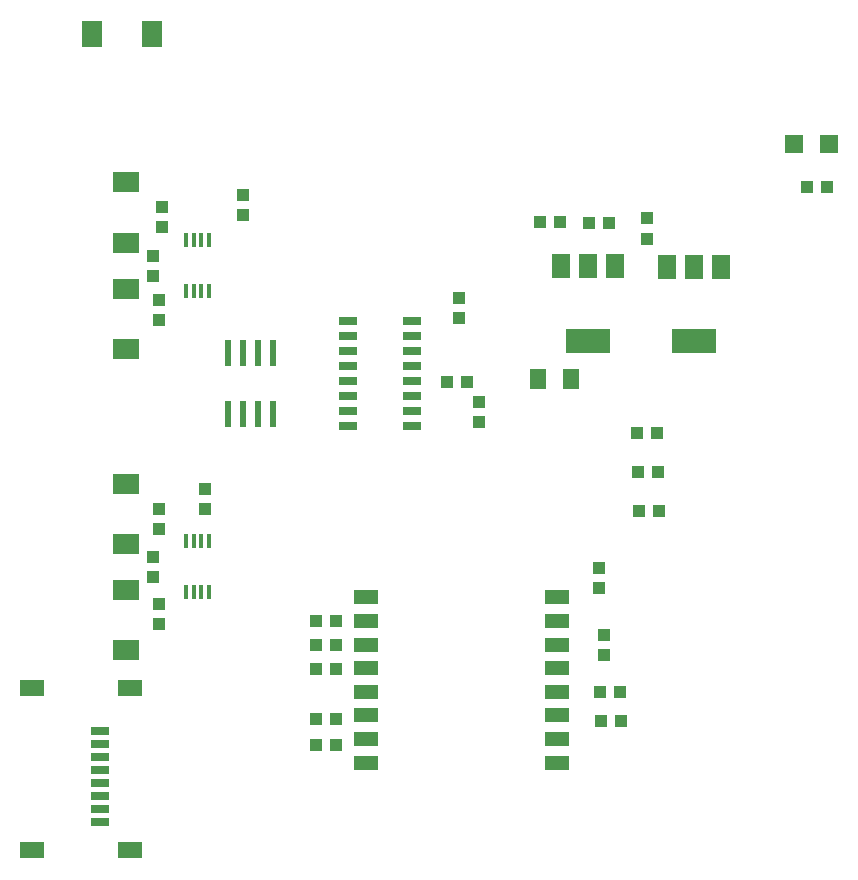
<source format=gtp>
G75*
%MOIN*%
%OFA0B0*%
%FSLAX25Y25*%
%IPPOS*%
%LPD*%
%AMOC8*
5,1,8,0,0,1.08239X$1,22.5*
%
%ADD10R,0.01575X0.04724*%
%ADD11R,0.05900X0.07900*%
%ADD12R,0.15000X0.07900*%
%ADD13R,0.03937X0.04331*%
%ADD14R,0.04331X0.03937*%
%ADD15R,0.07874X0.04724*%
%ADD16R,0.06000X0.02500*%
%ADD17R,0.07874X0.05709*%
%ADD18R,0.05906X0.03150*%
%ADD19R,0.08661X0.07087*%
%ADD20R,0.05906X0.05906*%
%ADD21R,0.02362X0.08661*%
%ADD22R,0.07087X0.08661*%
%ADD23R,0.05276X0.07087*%
D10*
X0261871Y0147324D03*
X0264430Y0147324D03*
X0266989Y0147324D03*
X0269548Y0147324D03*
X0269548Y0164306D03*
X0266989Y0164306D03*
X0264430Y0164306D03*
X0261871Y0164306D03*
X0261871Y0247718D03*
X0264430Y0247718D03*
X0266989Y0247718D03*
X0269548Y0247718D03*
X0269548Y0264699D03*
X0266989Y0264699D03*
X0264430Y0264699D03*
X0261871Y0264699D03*
D11*
X0386806Y0255962D03*
X0395806Y0255962D03*
X0404806Y0255962D03*
X0422239Y0255939D03*
X0431239Y0255939D03*
X0440239Y0255939D03*
D12*
X0431339Y0231139D03*
X0395906Y0231162D03*
D13*
X0355648Y0217486D03*
X0348955Y0217486D03*
X0352787Y0238654D03*
X0352787Y0245347D03*
X0415619Y0265280D03*
X0415619Y0271973D03*
X0468808Y0282403D03*
X0475501Y0282403D03*
X0280729Y0279878D03*
X0280729Y0273185D03*
X0253763Y0275709D03*
X0253763Y0269016D03*
X0251024Y0259555D03*
X0251024Y0252862D03*
X0252914Y0244791D03*
X0252914Y0238098D03*
X0268229Y0181878D03*
X0268229Y0175185D03*
X0253032Y0175131D03*
X0253032Y0168438D03*
X0251024Y0159161D03*
X0251024Y0152468D03*
X0252914Y0143413D03*
X0252914Y0136720D03*
X0305138Y0137943D03*
X0311831Y0137943D03*
X0311864Y0129915D03*
X0305171Y0129915D03*
X0305161Y0121837D03*
X0311854Y0121837D03*
X0311891Y0105022D03*
X0305199Y0105022D03*
X0305169Y0096289D03*
X0311862Y0096289D03*
X0400078Y0104420D03*
X0406771Y0104420D03*
X0406472Y0114138D03*
X0399779Y0114138D03*
X0401092Y0126368D03*
X0401092Y0133061D03*
X0399490Y0148620D03*
X0399490Y0155313D03*
D14*
X0412729Y0174531D03*
X0419422Y0174531D03*
X0419229Y0187531D03*
X0412536Y0187531D03*
X0412229Y0200531D03*
X0418922Y0200531D03*
X0359596Y0204214D03*
X0359596Y0210907D03*
X0379712Y0270893D03*
X0386405Y0270893D03*
X0396193Y0270282D03*
X0402886Y0270282D03*
D15*
X0385607Y0145657D03*
X0385607Y0137783D03*
X0385607Y0129909D03*
X0385607Y0122035D03*
X0385607Y0114161D03*
X0385607Y0106287D03*
X0385607Y0098413D03*
X0385607Y0090539D03*
X0321828Y0090539D03*
X0321828Y0098413D03*
X0321828Y0106287D03*
X0321828Y0114161D03*
X0321828Y0122035D03*
X0321828Y0129909D03*
X0321828Y0137783D03*
X0321828Y0145657D03*
D16*
X0315831Y0202866D03*
X0315831Y0207866D03*
X0315831Y0212866D03*
X0315831Y0217866D03*
X0315831Y0222866D03*
X0315831Y0227866D03*
X0315831Y0232866D03*
X0315831Y0237866D03*
X0337052Y0237866D03*
X0337052Y0232866D03*
X0337052Y0227866D03*
X0337052Y0222866D03*
X0337052Y0217866D03*
X0337052Y0212866D03*
X0337052Y0207866D03*
X0337052Y0202866D03*
D17*
X0210625Y0061287D03*
X0243303Y0061287D03*
X0243303Y0115421D03*
X0210625Y0115421D03*
D18*
X0233066Y0100972D03*
X0233066Y0096641D03*
X0233066Y0092311D03*
X0233066Y0087980D03*
X0233066Y0083649D03*
X0233066Y0079319D03*
X0233066Y0074988D03*
X0233066Y0070657D03*
D19*
X0241713Y0128059D03*
X0241713Y0148138D03*
X0241713Y0163492D03*
X0241713Y0183571D03*
X0241713Y0228453D03*
X0241713Y0248531D03*
X0241713Y0263886D03*
X0241713Y0283964D03*
D20*
X0464422Y0296649D03*
X0476202Y0296649D03*
D21*
X0290902Y0227124D03*
X0285902Y0227124D03*
X0280902Y0227124D03*
X0275902Y0227124D03*
X0275902Y0206652D03*
X0280902Y0206652D03*
X0285902Y0206652D03*
X0290902Y0206652D03*
D22*
X0250505Y0333372D03*
X0230426Y0333372D03*
D23*
X0379099Y0218531D03*
X0390359Y0218531D03*
M02*

</source>
